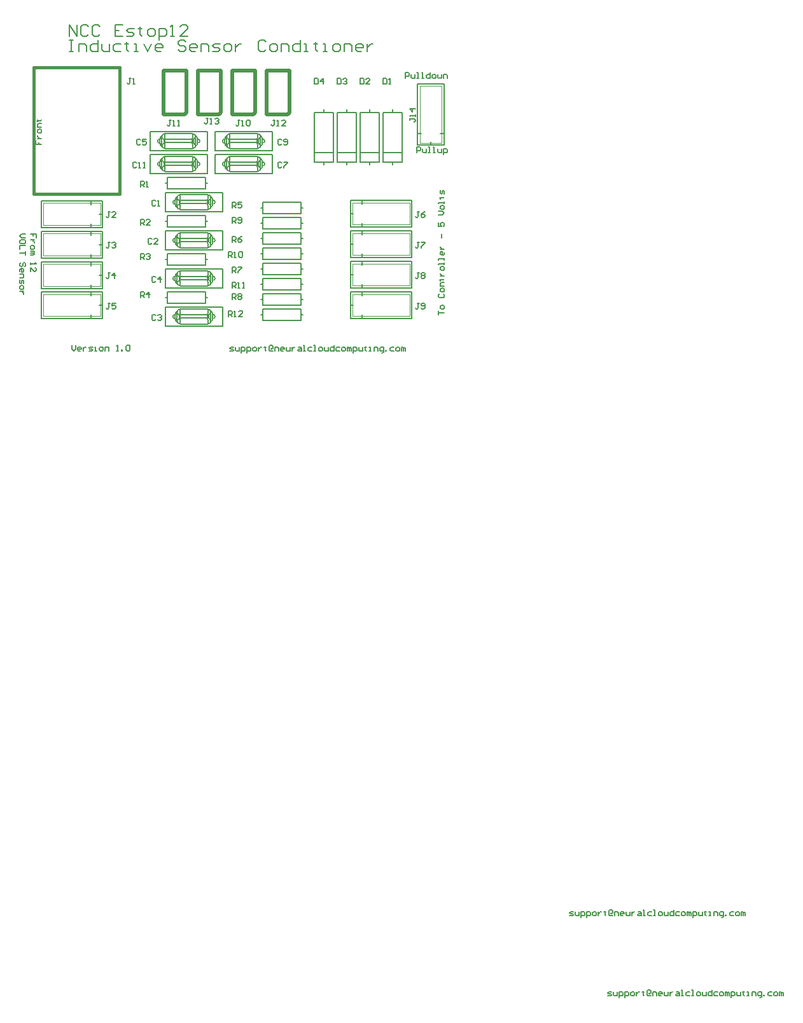
<source format=gto>
G04 Layer_Color=65535*
%FSLAX44Y44*%
%MOMM*%
G71*
G01*
G75*
%ADD11C,0.1270*%
%ADD12C,0.0762*%
%ADD22C,0.2000*%
%ADD23C,0.1524*%
%ADD24C,0.5000*%
%ADD25C,0.4000*%
%ADD26C,0.2032*%
%ADD27C,0.1280*%
D11*
X782320Y1056640D02*
Y1060450D01*
X764540Y1071880D02*
X769620D01*
X795020D02*
X800100D01*
X764540Y1056640D02*
Y1137920D01*
X800100Y1056640D02*
Y1137920D01*
X764540D02*
X800100D01*
X764540Y1056640D02*
X800100D01*
X675640Y843280D02*
X679450D01*
X690880Y855980D02*
Y861060D01*
Y825500D02*
Y830580D01*
X675640Y861060D02*
X756920D01*
X675640Y825500D02*
X756920D01*
Y861060D01*
X675640Y825500D02*
Y861060D01*
Y883920D02*
X679450D01*
X690880Y896620D02*
Y901700D01*
Y866140D02*
Y871220D01*
X675640Y901700D02*
X756920D01*
X675640Y866140D02*
X756920D01*
Y901700D01*
X675640Y866140D02*
Y901700D01*
Y924560D02*
X679450D01*
X690880Y937260D02*
Y942340D01*
Y906780D02*
Y911860D01*
X675640Y942340D02*
X756920D01*
X675640Y906780D02*
X756920D01*
Y942340D01*
X675640Y906780D02*
Y942340D01*
Y965200D02*
X679450D01*
X690880Y977900D02*
Y982980D01*
Y947420D02*
Y952500D01*
X675640Y982980D02*
X756920D01*
X675640Y947420D02*
X756920D01*
Y982980D01*
X675640Y947420D02*
Y982980D01*
X341630Y843280D02*
X345440D01*
X330200Y825500D02*
Y830580D01*
Y855980D02*
Y861060D01*
X264160Y825500D02*
X345440D01*
X264160Y861060D02*
X345440D01*
X264160Y825500D02*
Y861060D01*
X345440Y825500D02*
Y861060D01*
X341630Y883278D02*
X345440D01*
X330200Y865498D02*
Y870578D01*
Y895978D02*
Y901058D01*
X264160Y865498D02*
X345440D01*
X264160Y901058D02*
X345440D01*
X264160Y865498D02*
Y901058D01*
X345440Y865498D02*
Y901058D01*
X341630Y923918D02*
X345440D01*
X330200Y906138D02*
Y911218D01*
Y936618D02*
Y941698D01*
X264160Y906138D02*
X345440D01*
X264160Y941698D02*
X345440D01*
X264160Y906138D02*
Y941698D01*
X345440Y906138D02*
Y941698D01*
X341630Y964558D02*
X345440D01*
X330200Y946778D02*
Y951858D01*
Y977258D02*
Y982338D01*
X264160Y946778D02*
X345440D01*
X264160Y982338D02*
X345440D01*
X264160Y946778D02*
Y982338D01*
X345440Y946778D02*
Y982338D01*
X495300Y1049020D02*
Y1074420D01*
Y1049020D02*
X571500D01*
Y1074420D01*
X495300D02*
X571500D01*
X408940Y1018540D02*
Y1043940D01*
Y1018540D02*
X485140D01*
Y1043940D01*
X408940D02*
X485140D01*
X495300Y1018540D02*
Y1043940D01*
Y1018540D02*
X571500D01*
Y1043940D01*
X495300D02*
X571500D01*
X408940Y1049020D02*
Y1074420D01*
Y1049020D02*
X485140D01*
Y1074420D01*
X408940D02*
X485140D01*
X505460Y866140D02*
Y891540D01*
X429260D02*
X505460D01*
X429260Y866140D02*
Y891540D01*
Y866140D02*
X505460D01*
Y815340D02*
Y840740D01*
X429260D02*
X505460D01*
X429260Y815340D02*
Y840740D01*
Y815340D02*
X505460D01*
Y916940D02*
Y942340D01*
X429260D02*
X505460D01*
X429260Y916940D02*
Y942340D01*
Y916940D02*
X505460D01*
Y967740D02*
Y993140D01*
X429260D02*
X505460D01*
X429260Y967740D02*
Y993140D01*
Y967740D02*
X505460D01*
X584198Y1062988D02*
X582929Y1064258D01*
X580390D01*
X579120Y1062988D01*
Y1057910D01*
X580390Y1056640D01*
X582929D01*
X584198Y1057910D01*
X586738D02*
X588007Y1056640D01*
X590546D01*
X591816Y1057910D01*
Y1062988D01*
X590546Y1064258D01*
X588007D01*
X586738Y1062988D01*
Y1061718D01*
X588007Y1060449D01*
X591816D01*
X391158Y1032508D02*
X389889Y1033777D01*
X387350D01*
X386080Y1032508D01*
Y1027430D01*
X387350Y1026160D01*
X389889D01*
X391158Y1027430D01*
X393698Y1026160D02*
X396237D01*
X394967D01*
Y1033777D01*
X393698Y1032508D01*
X400046Y1026160D02*
X402585D01*
X401315D01*
Y1033777D01*
X400046Y1032508D01*
X584198D02*
X582929Y1033777D01*
X580390D01*
X579120Y1032508D01*
Y1027430D01*
X580390Y1026160D01*
X582929D01*
X584198Y1027430D01*
X586738Y1033777D02*
X591816D01*
Y1032508D01*
X586738Y1027430D01*
Y1026160D01*
X396238Y1062988D02*
X394969Y1064258D01*
X392430D01*
X391160Y1062988D01*
Y1057910D01*
X392430Y1056640D01*
X394969D01*
X396238Y1057910D01*
X403856Y1064258D02*
X398778D01*
Y1060449D01*
X401317Y1061718D01*
X402586D01*
X403856Y1060449D01*
Y1057910D01*
X402586Y1056640D01*
X400047D01*
X398778Y1057910D01*
X416558Y880108D02*
X415289Y881377D01*
X412750D01*
X411480Y880108D01*
Y875030D01*
X412750Y873760D01*
X415289D01*
X416558Y875030D01*
X422906Y873760D02*
Y881377D01*
X419098Y877569D01*
X424176D01*
X513080Y828040D02*
Y835658D01*
X516889D01*
X518158Y834388D01*
Y831849D01*
X516889Y830579D01*
X513080D01*
X515619D02*
X518158Y828040D01*
X520698D02*
X523237D01*
X521967D01*
Y835658D01*
X520698Y834388D01*
X532124Y828040D02*
X527046D01*
X532124Y833118D01*
Y834388D01*
X530854Y835658D01*
X528315D01*
X527046Y834388D01*
X518160Y866140D02*
Y873757D01*
X521969D01*
X523238Y872488D01*
Y869949D01*
X521969Y868679D01*
X518160D01*
X520699D02*
X523238Y866140D01*
X525778D02*
X528317D01*
X527047D01*
Y873757D01*
X525778Y872488D01*
X532126Y866140D02*
X534665D01*
X533395D01*
Y873757D01*
X532126Y872488D01*
X513080Y906780D02*
Y914398D01*
X516889D01*
X518158Y913128D01*
Y910589D01*
X516889Y909319D01*
X513080D01*
X515619D02*
X518158Y906780D01*
X520698D02*
X523237D01*
X521967D01*
Y914398D01*
X520698Y913128D01*
X527046D02*
X528315Y914398D01*
X530854D01*
X532124Y913128D01*
Y908050D01*
X530854Y906780D01*
X528315D01*
X527046Y908050D01*
Y913128D01*
X518160Y952500D02*
Y960117D01*
X521969D01*
X523238Y958848D01*
Y956309D01*
X521969Y955039D01*
X518160D01*
X520699D02*
X523238Y952500D01*
X525778Y953770D02*
X527047Y952500D01*
X529586D01*
X530856Y953770D01*
Y958848D01*
X529586Y960117D01*
X527047D01*
X525778Y958848D01*
Y957578D01*
X527047Y956309D01*
X530856D01*
X416558Y829308D02*
X415289Y830577D01*
X412750D01*
X411480Y829308D01*
Y824230D01*
X412750Y822960D01*
X415289D01*
X416558Y824230D01*
X419098Y829308D02*
X420367Y830577D01*
X422906D01*
X424176Y829308D01*
Y828038D01*
X422906Y826769D01*
X421637D01*
X422906D01*
X424176Y825499D01*
Y824230D01*
X422906Y822960D01*
X420367D01*
X419098Y824230D01*
X411478Y930908D02*
X410209Y932178D01*
X407670D01*
X406400Y930908D01*
Y925830D01*
X407670Y924560D01*
X410209D01*
X411478Y925830D01*
X419096Y924560D02*
X414017D01*
X419096Y929638D01*
Y930908D01*
X417826Y932178D01*
X415287D01*
X414017Y930908D01*
X416558Y981708D02*
X415289Y982978D01*
X412750D01*
X411480Y981708D01*
Y976630D01*
X412750Y975360D01*
X415289D01*
X416558Y976630D01*
X419098Y975360D02*
X421637D01*
X420367D01*
Y982978D01*
X419098Y981708D01*
X719074Y1145284D02*
Y1137666D01*
X722883D01*
X724152Y1138936D01*
Y1144014D01*
X722883Y1145284D01*
X719074D01*
X726692Y1137666D02*
X729231D01*
X727961D01*
Y1145284D01*
X726692Y1144014D01*
X688594Y1145284D02*
Y1137666D01*
X692403D01*
X693672Y1138936D01*
Y1144014D01*
X692403Y1145284D01*
X688594D01*
X701290Y1137666D02*
X696211D01*
X701290Y1142744D01*
Y1144014D01*
X700020Y1145284D01*
X697481D01*
X696211Y1144014D01*
X658114Y1145284D02*
Y1137666D01*
X661923D01*
X663192Y1138936D01*
Y1144014D01*
X661923Y1145284D01*
X658114D01*
X665732Y1144014D02*
X667001Y1145284D01*
X669540D01*
X670810Y1144014D01*
Y1142744D01*
X669540Y1141475D01*
X668271D01*
X669540D01*
X670810Y1140205D01*
Y1138936D01*
X669540Y1137666D01*
X667001D01*
X665732Y1138936D01*
X627634Y1145284D02*
Y1137666D01*
X631443D01*
X632712Y1138936D01*
Y1144014D01*
X631443Y1145284D01*
X627634D01*
X639060Y1137666D02*
Y1145284D01*
X635252Y1141475D01*
X640330D01*
X575308Y1089658D02*
X572769D01*
X574039D01*
Y1083310D01*
X572769Y1082040D01*
X571500D01*
X570230Y1083310D01*
X577848Y1082040D02*
X580387D01*
X579117D01*
Y1089658D01*
X577848Y1088388D01*
X589274Y1082040D02*
X584196D01*
X589274Y1087118D01*
Y1088388D01*
X588004Y1089658D01*
X585465D01*
X584196Y1088388D01*
X528318Y1089658D02*
X525779D01*
X527049D01*
Y1083310D01*
X525779Y1082040D01*
X524510D01*
X523240Y1083310D01*
X530858Y1082040D02*
X533397D01*
X532127D01*
Y1089658D01*
X530858Y1088388D01*
X537206D02*
X538475Y1089658D01*
X541014D01*
X542284Y1088388D01*
Y1083310D01*
X541014Y1082040D01*
X538475D01*
X537206Y1083310D01*
Y1088388D01*
X486408Y1092197D02*
X483869D01*
X485139D01*
Y1085850D01*
X483869Y1084580D01*
X482600D01*
X481330Y1085850D01*
X488947Y1084580D02*
X491487D01*
X490217D01*
Y1092197D01*
X488947Y1090928D01*
X495295D02*
X496565Y1092197D01*
X499104D01*
X500374Y1090928D01*
Y1089658D01*
X499104Y1088389D01*
X497835D01*
X499104D01*
X500374Y1087119D01*
Y1085850D01*
X499104Y1084580D01*
X496565D01*
X495295Y1085850D01*
X436878Y1089658D02*
X434339D01*
X435609D01*
Y1083310D01*
X434339Y1082040D01*
X433070D01*
X431800Y1083310D01*
X439417Y1082040D02*
X441957D01*
X440687D01*
Y1089658D01*
X439417Y1088388D01*
X445765Y1082040D02*
X448305D01*
X447035D01*
Y1089658D01*
X445765Y1088388D01*
X518160Y850900D02*
Y858518D01*
X521969D01*
X523238Y857248D01*
Y854709D01*
X521969Y853439D01*
X518160D01*
X520699D02*
X523238Y850900D01*
X525778Y857248D02*
X527047Y858518D01*
X529586D01*
X530856Y857248D01*
Y855978D01*
X529586Y854709D01*
X530856Y853439D01*
Y852170D01*
X529586Y850900D01*
X527047D01*
X525778Y852170D01*
Y853439D01*
X527047Y854709D01*
X525778Y855978D01*
Y857248D01*
X527047Y854709D02*
X529586D01*
X518160Y886460D02*
Y894078D01*
X521969D01*
X523238Y892808D01*
Y890269D01*
X521969Y888999D01*
X518160D01*
X520699D02*
X523238Y886460D01*
X525778Y894078D02*
X530856D01*
Y892808D01*
X525778Y887730D01*
Y886460D01*
X518160Y927100D02*
Y934717D01*
X521969D01*
X523238Y933448D01*
Y930909D01*
X521969Y929639D01*
X518160D01*
X520699D02*
X523238Y927100D01*
X530856Y934717D02*
X528317Y933448D01*
X525778Y930909D01*
Y928370D01*
X527047Y927100D01*
X529586D01*
X530856Y928370D01*
Y929639D01*
X529586Y930909D01*
X525778D01*
X518160Y972820D02*
Y980437D01*
X521969D01*
X523238Y979168D01*
Y976629D01*
X521969Y975359D01*
X518160D01*
X520699D02*
X523238Y972820D01*
X530856Y980437D02*
X525778D01*
Y976629D01*
X528317Y977898D01*
X529586D01*
X530856Y976629D01*
Y974090D01*
X529586Y972820D01*
X527047D01*
X525778Y974090D01*
X396240Y853440D02*
Y861058D01*
X400049D01*
X401318Y859788D01*
Y857249D01*
X400049Y855979D01*
X396240D01*
X398779D02*
X401318Y853440D01*
X407666D02*
Y861058D01*
X403857Y857249D01*
X408936D01*
X396240Y904240D02*
Y911858D01*
X400049D01*
X401318Y910588D01*
Y908049D01*
X400049Y906779D01*
X396240D01*
X398779D02*
X401318Y904240D01*
X403857Y910588D02*
X405127Y911858D01*
X407666D01*
X408936Y910588D01*
Y909318D01*
X407666Y908049D01*
X406397D01*
X407666D01*
X408936Y906779D01*
Y905510D01*
X407666Y904240D01*
X405127D01*
X403857Y905510D01*
X396240Y949960D02*
Y957578D01*
X400049D01*
X401318Y956308D01*
Y953769D01*
X400049Y952499D01*
X396240D01*
X398779D02*
X401318Y949960D01*
X408936D02*
X403857D01*
X408936Y955038D01*
Y956308D01*
X407666Y957578D01*
X405127D01*
X403857Y956308D01*
X396240Y1000760D02*
Y1008378D01*
X400049D01*
X401318Y1007108D01*
Y1004569D01*
X400049Y1003299D01*
X396240D01*
X398779D02*
X401318Y1000760D01*
X403857D02*
X406397D01*
X405127D01*
Y1008378D01*
X403857Y1007108D01*
X767078Y845817D02*
X764539D01*
X765809D01*
Y839470D01*
X764539Y838200D01*
X763270D01*
X762000Y839470D01*
X769617D02*
X770887Y838200D01*
X773426D01*
X774696Y839470D01*
Y844548D01*
X773426Y845817D01*
X770887D01*
X769617Y844548D01*
Y843278D01*
X770887Y842009D01*
X774696D01*
X767078Y886458D02*
X764539D01*
X765809D01*
Y880110D01*
X764539Y878840D01*
X763270D01*
X762000Y880110D01*
X769617Y885188D02*
X770887Y886458D01*
X773426D01*
X774696Y885188D01*
Y883918D01*
X773426Y882649D01*
X774696Y881379D01*
Y880110D01*
X773426Y878840D01*
X770887D01*
X769617Y880110D01*
Y881379D01*
X770887Y882649D01*
X769617Y883918D01*
Y885188D01*
X770887Y882649D02*
X773426D01*
X767078Y927097D02*
X764539D01*
X765809D01*
Y920750D01*
X764539Y919480D01*
X763270D01*
X762000Y920750D01*
X769617Y927097D02*
X774696D01*
Y925828D01*
X769617Y920750D01*
Y919480D01*
X767078Y967738D02*
X764539D01*
X765809D01*
Y961390D01*
X764539Y960120D01*
X763270D01*
X762000Y961390D01*
X774696Y967738D02*
X772157Y966468D01*
X769617Y963929D01*
Y961390D01*
X770887Y960120D01*
X773426D01*
X774696Y961390D01*
Y962659D01*
X773426Y963929D01*
X769617D01*
X355598Y845817D02*
X353059D01*
X354329D01*
Y839470D01*
X353059Y838200D01*
X351790D01*
X350520Y839470D01*
X363216Y845817D02*
X358138D01*
Y842009D01*
X360677Y843278D01*
X361946D01*
X363216Y842009D01*
Y839470D01*
X361946Y838200D01*
X359407D01*
X358138Y839470D01*
X355598Y886458D02*
X353059D01*
X354329D01*
Y880110D01*
X353059Y878840D01*
X351790D01*
X350520Y880110D01*
X361946Y878840D02*
Y886458D01*
X358138Y882649D01*
X363216D01*
X355598Y927097D02*
X353059D01*
X354329D01*
Y920750D01*
X353059Y919480D01*
X351790D01*
X350520Y920750D01*
X358138Y925828D02*
X359407Y927097D01*
X361946D01*
X363216Y925828D01*
Y924558D01*
X361946Y923289D01*
X360677D01*
X361946D01*
X363216Y922019D01*
Y920750D01*
X361946Y919480D01*
X359407D01*
X358138Y920750D01*
X355598Y967738D02*
X353059D01*
X354329D01*
Y961390D01*
X353059Y960120D01*
X351790D01*
X350520Y961390D01*
X363216Y960120D02*
X358138D01*
X363216Y965198D01*
Y966468D01*
X361946Y967738D01*
X359407D01*
X358138Y966468D01*
X383538Y1145537D02*
X380999D01*
X382269D01*
Y1139190D01*
X380999Y1137920D01*
X379730D01*
X378460Y1139190D01*
X386077Y1137920D02*
X388617D01*
X387347D01*
Y1145537D01*
X386077Y1144268D01*
X511084Y1068946D02*
G03*
X508403Y1063887I3354J-5018D01*
G01*
X508400Y1059550D02*
G03*
X511036Y1054536I6035J-27D01*
G01*
X558400Y1063890D02*
G03*
X555764Y1068904I-6035J27D01*
G01*
X555716Y1054494D02*
G03*
X558397Y1059553I-3354J5018D01*
G01*
X552073Y1071073D02*
G03*
X551400Y1071749I-899J-222D01*
G01*
X551590Y1063749D02*
G03*
X552073Y1071073I-109299J10891D01*
G01*
X515210Y1063749D02*
G03*
X514727Y1071073I-1662643J-106042D01*
G01*
X515400Y1071749D02*
G03*
X514727Y1071073I234J-906D01*
G01*
X551590Y1059691D02*
G03*
X552073Y1052367I1664497J106165D01*
G01*
X551400Y1051691D02*
G03*
X552073Y1052367I-234J906D01*
G01*
X514727Y1052367D02*
G03*
X515400Y1051691I899J222D01*
G01*
X515210Y1059691D02*
G03*
X514727Y1052367I109299J-10891D01*
G01*
X513867Y1063749D02*
G03*
X510900Y1066954I-13254J-9298D01*
G01*
X515400Y1071749D02*
G03*
X510900Y1067249I0J-4500D01*
G01*
X551400Y1051691D02*
G03*
X555900Y1056191I0J4500D01*
G01*
Y1067249D02*
G03*
X551400Y1071749I-4500J0D01*
G01*
X510900Y1056191D02*
G03*
X515400Y1051691I4500J0D01*
G01*
X508400Y1064720D02*
G03*
X508400Y1058720I0J-3000D01*
G01*
X558400D02*
G03*
X558400Y1064720I0J3000D01*
G01*
X424724Y1038466D02*
G03*
X422043Y1033407I3354J-5018D01*
G01*
X422040Y1029070D02*
G03*
X424676Y1024056I6035J-27D01*
G01*
X472040Y1033410D02*
G03*
X469404Y1038424I-6035J27D01*
G01*
X469356Y1024014D02*
G03*
X472037Y1029073I-3354J5018D01*
G01*
X465713Y1040593D02*
G03*
X465040Y1041269I-899J-222D01*
G01*
X465230Y1033269D02*
G03*
X465713Y1040593I-109299J10891D01*
G01*
X428850Y1033269D02*
G03*
X428367Y1040593I-1662643J-106042D01*
G01*
X429040Y1041269D02*
G03*
X428367Y1040593I234J-906D01*
G01*
X465230Y1029211D02*
G03*
X465713Y1021887I1664497J106165D01*
G01*
X465040Y1021211D02*
G03*
X465713Y1021887I-234J906D01*
G01*
X428367Y1021887D02*
G03*
X429040Y1021211I899J222D01*
G01*
X428850Y1029211D02*
G03*
X428367Y1021887I109299J-10891D01*
G01*
X427507Y1033269D02*
G03*
X424540Y1036473I-13254J-9298D01*
G01*
X429040Y1041269D02*
G03*
X424540Y1036769I0J-4500D01*
G01*
X465040Y1021211D02*
G03*
X469540Y1025711I0J4500D01*
G01*
Y1036769D02*
G03*
X465040Y1041269I-4500J0D01*
G01*
X424540Y1025711D02*
G03*
X429040Y1021211I4500J0D01*
G01*
X422040Y1034240D02*
G03*
X422040Y1028240I0J-3000D01*
G01*
X472040D02*
G03*
X472040Y1034240I0J3000D01*
G01*
X511084Y1038466D02*
G03*
X508403Y1033407I3354J-5018D01*
G01*
X508400Y1029070D02*
G03*
X511036Y1024056I6035J-27D01*
G01*
X558400Y1033410D02*
G03*
X555764Y1038424I-6035J27D01*
G01*
X555716Y1024014D02*
G03*
X558397Y1029073I-3354J5018D01*
G01*
X552073Y1040593D02*
G03*
X551400Y1041269I-899J-222D01*
G01*
X551590Y1033269D02*
G03*
X552073Y1040593I-109299J10891D01*
G01*
X515210Y1033269D02*
G03*
X514727Y1040593I-1662643J-106042D01*
G01*
X515400Y1041269D02*
G03*
X514727Y1040593I234J-906D01*
G01*
X551590Y1029211D02*
G03*
X552073Y1021887I1664497J106165D01*
G01*
X551400Y1021211D02*
G03*
X552073Y1021887I-234J906D01*
G01*
X514727Y1021887D02*
G03*
X515400Y1021211I899J222D01*
G01*
X515210Y1029211D02*
G03*
X514727Y1021887I109299J-10891D01*
G01*
X513867Y1033269D02*
G03*
X510900Y1036473I-13254J-9298D01*
G01*
X515400Y1041269D02*
G03*
X510900Y1036769I0J-4500D01*
G01*
X551400Y1021211D02*
G03*
X555900Y1025711I0J4500D01*
G01*
Y1036769D02*
G03*
X551400Y1041269I-4500J0D01*
G01*
X510900Y1025711D02*
G03*
X515400Y1021211I4500J0D01*
G01*
X508400Y1034240D02*
G03*
X508400Y1028240I0J-3000D01*
G01*
X558400D02*
G03*
X558400Y1034240I0J3000D01*
G01*
X424724Y1068946D02*
G03*
X422043Y1063887I3354J-5018D01*
G01*
X422040Y1059550D02*
G03*
X424676Y1054536I6035J-27D01*
G01*
X472040Y1063890D02*
G03*
X469404Y1068904I-6035J27D01*
G01*
X469356Y1054494D02*
G03*
X472037Y1059553I-3354J5018D01*
G01*
X465713Y1071073D02*
G03*
X465040Y1071749I-899J-222D01*
G01*
X465230Y1063749D02*
G03*
X465713Y1071073I-109299J10891D01*
G01*
X428850Y1063749D02*
G03*
X428367Y1071073I-1662643J-106042D01*
G01*
X429040Y1071749D02*
G03*
X428367Y1071073I234J-906D01*
G01*
X465230Y1059691D02*
G03*
X465713Y1052367I1664497J106165D01*
G01*
X465040Y1051691D02*
G03*
X465713Y1052367I-234J906D01*
G01*
X428367Y1052367D02*
G03*
X429040Y1051691I899J222D01*
G01*
X428850Y1059691D02*
G03*
X428367Y1052367I109299J-10891D01*
G01*
X427507Y1063749D02*
G03*
X424540Y1066954I-13254J-9298D01*
G01*
X429040Y1071749D02*
G03*
X424540Y1067249I0J-4500D01*
G01*
X465040Y1051691D02*
G03*
X469540Y1056191I0J4500D01*
G01*
Y1067249D02*
G03*
X465040Y1071749I-4500J0D01*
G01*
X424540Y1056191D02*
G03*
X429040Y1051691I4500J0D01*
G01*
X422040Y1064720D02*
G03*
X422040Y1058720I0J-3000D01*
G01*
X472040D02*
G03*
X472040Y1064720I0J3000D01*
G01*
X489676Y871614D02*
G03*
X492357Y876673I-3354J5018D01*
G01*
X492360Y881010D02*
G03*
X489724Y886024I-6035J27D01*
G01*
X442360Y876670D02*
G03*
X444996Y871656I6035J-27D01*
G01*
X445044Y886066D02*
G03*
X442363Y881007I3354J-5018D01*
G01*
X448687Y869487D02*
G03*
X449360Y868811I899J222D01*
G01*
X449170Y876811D02*
G03*
X448687Y869487I109299J-10891D01*
G01*
X485550Y876811D02*
G03*
X486033Y869487I1662643J106042D01*
G01*
X485360Y868811D02*
G03*
X486033Y869487I-234J906D01*
G01*
X449170Y880869D02*
G03*
X448687Y888193I-1664497J-106165D01*
G01*
X449360Y888869D02*
G03*
X448687Y888193I234J-906D01*
G01*
X486033Y888193D02*
G03*
X485360Y888869I-899J-222D01*
G01*
X485550Y880869D02*
G03*
X486033Y888193I-109299J10891D01*
G01*
X486893Y876811D02*
G03*
X489860Y873606I13254J9298D01*
G01*
X485360Y868811D02*
G03*
X489860Y873311I0J4500D01*
G01*
X449360Y888869D02*
G03*
X444860Y884369I0J-4500D01*
G01*
Y873311D02*
G03*
X449360Y868811I4500J0D01*
G01*
X489860Y884369D02*
G03*
X485360Y888869I-4500J0D01*
G01*
X492360Y875840D02*
G03*
X492360Y881840I0J3000D01*
G01*
X442360D02*
G03*
X442360Y875840I0J-3000D01*
G01*
X489676Y820814D02*
G03*
X492357Y825873I-3354J5018D01*
G01*
X492360Y830210D02*
G03*
X489724Y835224I-6035J27D01*
G01*
X442360Y825870D02*
G03*
X444996Y820856I6035J-27D01*
G01*
X445044Y835266D02*
G03*
X442363Y830207I3354J-5018D01*
G01*
X448687Y818687D02*
G03*
X449360Y818011I899J222D01*
G01*
X449170Y826011D02*
G03*
X448687Y818687I109299J-10891D01*
G01*
X485550Y826011D02*
G03*
X486033Y818687I1662643J106042D01*
G01*
X485360Y818011D02*
G03*
X486033Y818687I-234J906D01*
G01*
X449170Y830069D02*
G03*
X448687Y837393I-1664497J-106165D01*
G01*
X449360Y838069D02*
G03*
X448687Y837393I234J-906D01*
G01*
X486033Y837393D02*
G03*
X485360Y838069I-899J-222D01*
G01*
X485550Y830069D02*
G03*
X486033Y837393I-109299J10891D01*
G01*
X486893Y826011D02*
G03*
X489860Y822806I13254J9298D01*
G01*
X485360Y818011D02*
G03*
X489860Y822511I0J4500D01*
G01*
X449360Y838069D02*
G03*
X444860Y833569I0J-4500D01*
G01*
Y822511D02*
G03*
X449360Y818011I4500J0D01*
G01*
X489860Y833569D02*
G03*
X485360Y838069I-4500J0D01*
G01*
X492360Y825040D02*
G03*
X492360Y831040I0J3000D01*
G01*
X442360D02*
G03*
X442360Y825040I0J-3000D01*
G01*
X489676Y922414D02*
G03*
X492357Y927473I-3354J5018D01*
G01*
X492360Y931810D02*
G03*
X489724Y936824I-6035J27D01*
G01*
X442360Y927470D02*
G03*
X444996Y922456I6035J-27D01*
G01*
X445044Y936866D02*
G03*
X442363Y931807I3354J-5018D01*
G01*
X448687Y920287D02*
G03*
X449360Y919611I899J222D01*
G01*
X449170Y927611D02*
G03*
X448687Y920287I109299J-10891D01*
G01*
X485550Y927611D02*
G03*
X486033Y920287I1662643J106042D01*
G01*
X485360Y919611D02*
G03*
X486033Y920287I-234J906D01*
G01*
X449170Y931669D02*
G03*
X448687Y938993I-1664497J-106165D01*
G01*
X449360Y939669D02*
G03*
X448687Y938993I234J-906D01*
G01*
X486033Y938993D02*
G03*
X485360Y939669I-899J-222D01*
G01*
X485550Y931669D02*
G03*
X486033Y938993I-109299J10891D01*
G01*
X486893Y927611D02*
G03*
X489860Y924407I13254J9298D01*
G01*
X485360Y919611D02*
G03*
X489860Y924111I0J4500D01*
G01*
X449360Y939669D02*
G03*
X444860Y935169I0J-4500D01*
G01*
Y924111D02*
G03*
X449360Y919611I4500J0D01*
G01*
X489860Y935169D02*
G03*
X485360Y939669I-4500J0D01*
G01*
X492360Y926640D02*
G03*
X492360Y932640I0J3000D01*
G01*
X442360D02*
G03*
X442360Y926640I0J-3000D01*
G01*
X489676Y973214D02*
G03*
X492357Y978273I-3354J5018D01*
G01*
X492360Y982610D02*
G03*
X489724Y987624I-6035J27D01*
G01*
X442360Y978270D02*
G03*
X444996Y973256I6035J-27D01*
G01*
X445044Y987666D02*
G03*
X442363Y982607I3354J-5018D01*
G01*
X448687Y971087D02*
G03*
X449360Y970411I899J222D01*
G01*
X449170Y978411D02*
G03*
X448687Y971087I109299J-10891D01*
G01*
X485550Y978411D02*
G03*
X486033Y971087I1662643J106042D01*
G01*
X485360Y970411D02*
G03*
X486033Y971087I-234J906D01*
G01*
X449170Y982469D02*
G03*
X448687Y989793I-1664497J-106165D01*
G01*
X449360Y990469D02*
G03*
X448687Y989793I234J-906D01*
G01*
X486033Y989793D02*
G03*
X485360Y990469I-899J-222D01*
G01*
X485550Y982469D02*
G03*
X486033Y989793I-109299J10891D01*
G01*
X486893Y978411D02*
G03*
X489860Y975207I13254J9298D01*
G01*
X485360Y970411D02*
G03*
X489860Y974911I0J4500D01*
G01*
X449360Y990469D02*
G03*
X444860Y985969I0J-4500D01*
G01*
Y974911D02*
G03*
X449360Y970411I4500J0D01*
G01*
X489860Y985969D02*
G03*
X485360Y990469I-4500J0D01*
G01*
X492360Y977440D02*
G03*
X492360Y983440I0J3000D01*
G01*
X442360D02*
G03*
X442360Y977440I0J-3000D01*
G01*
X511082Y1054495D02*
X511150Y1054448D01*
X511353Y1054299D01*
X511101Y1068958D02*
X511340Y1069130D01*
X511085Y1068946D02*
X511101Y1068958D01*
X555650Y1068991D02*
X555721Y1068948D01*
X555447Y1069141D02*
X555650Y1068991D01*
X555460Y1054310D02*
X555699Y1054482D01*
X555715Y1054494D01*
X552933Y1059690D02*
X552962Y1059493D01*
X553068Y1059260D01*
X553257Y1059007D01*
X553466Y1058793D01*
X554133Y1058231D01*
X554745Y1057754D01*
X555265Y1057325D01*
X555647Y1056952D01*
X555835Y1056696D01*
X555900Y1056487D01*
X555801Y1066687D02*
X555900Y1066953D01*
X555499Y1066333D02*
X555801Y1066687D01*
X554969Y1065866D02*
X555499Y1066333D01*
X554234Y1065288D02*
X554969Y1065866D01*
X553855Y1064988D02*
X554234Y1065288D01*
X553464Y1064645D02*
X553855Y1064988D01*
X553231Y1064403D02*
X553464Y1064645D01*
X553023Y1064100D02*
X553231Y1064403D01*
X552950Y1063904D02*
X553023Y1064100D01*
X552933Y1063749D02*
X552950Y1063904D01*
X510900Y1056487D02*
X510925Y1056609D01*
X510999Y1056753D01*
X511125Y1056920D01*
X511301Y1057107D01*
X511540Y1057329D01*
X511831Y1057574D01*
X512176Y1057849D01*
X512566Y1058152D01*
X512942Y1058451D01*
X513336Y1058795D01*
X513454Y1058912D01*
X513569Y1059038D01*
X513679Y1059178D01*
X513777Y1059341D01*
X513818Y1059434D01*
X513850Y1059536D01*
X513863Y1059612D01*
X513867Y1059690D01*
X508400Y1059550D02*
X508403Y1063887D01*
X558397Y1059553D02*
X558400Y1063890D01*
X513867Y1063749D02*
X552933D01*
X515400Y1071749D02*
X551400D01*
X515400Y1051691D02*
X551400D01*
X513867Y1059690D02*
X552933D01*
X551590D02*
Y1063749D01*
X515210Y1059690D02*
Y1063749D01*
X513867Y1059690D02*
Y1063749D01*
X552933Y1059690D02*
Y1063749D01*
X555900Y1056190D02*
Y1067250D01*
X510900Y1056190D02*
Y1067250D01*
X424721Y1024015D02*
X424790Y1023969D01*
X424993Y1023819D01*
X424741Y1038477D02*
X424980Y1038650D01*
X424725Y1038466D02*
X424741Y1038477D01*
X469290Y1038512D02*
X469361Y1038468D01*
X469087Y1038661D02*
X469290Y1038512D01*
X469100Y1023830D02*
X469339Y1024003D01*
X469355Y1024014D01*
X466573Y1029211D02*
X466602Y1029013D01*
X466708Y1028780D01*
X466897Y1028527D01*
X467106Y1028313D01*
X467774Y1027750D01*
X468385Y1027274D01*
X468905Y1026845D01*
X469287Y1026472D01*
X469475Y1026216D01*
X469540Y1026007D01*
X469441Y1036207D02*
X469540Y1036473D01*
X469140Y1035853D02*
X469441Y1036207D01*
X468609Y1035386D02*
X469140Y1035853D01*
X467874Y1034808D02*
X468609Y1035386D01*
X467495Y1034509D02*
X467874Y1034808D01*
X467104Y1034165D02*
X467495Y1034509D01*
X466871Y1033923D02*
X467104Y1034165D01*
X466663Y1033620D02*
X466871Y1033923D01*
X466590Y1033424D02*
X466663Y1033620D01*
X466573Y1033270D02*
X466590Y1033424D01*
X424540Y1026007D02*
X424565Y1026130D01*
X424639Y1026273D01*
X424765Y1026440D01*
X424940Y1026627D01*
X425180Y1026849D01*
X425471Y1027094D01*
X425816Y1027368D01*
X426206Y1027672D01*
X426582Y1027971D01*
X426977Y1028315D01*
X427094Y1028432D01*
X427209Y1028558D01*
X427319Y1028699D01*
X427417Y1028860D01*
X427458Y1028953D01*
X427490Y1029056D01*
X427503Y1029132D01*
X427507Y1029211D01*
X422040Y1029070D02*
X422043Y1033407D01*
X472037Y1029073D02*
X472040Y1033410D01*
X427507Y1033270D02*
X466573D01*
X429040Y1041269D02*
X465040D01*
X429040Y1021211D02*
X465040D01*
X427507Y1029211D02*
X466573D01*
X465230D02*
Y1033270D01*
X428850Y1029211D02*
Y1033270D01*
X427507Y1029211D02*
Y1033270D01*
X466573Y1029211D02*
Y1033270D01*
X469540Y1025710D02*
Y1036770D01*
X424540Y1025710D02*
Y1036770D01*
X511082Y1024015D02*
X511150Y1023969D01*
X511353Y1023819D01*
X511101Y1038477D02*
X511340Y1038650D01*
X511085Y1038466D02*
X511101Y1038477D01*
X555650Y1038512D02*
X555721Y1038468D01*
X555447Y1038661D02*
X555650Y1038512D01*
X555460Y1023830D02*
X555699Y1024003D01*
X555715Y1024014D01*
X552933Y1029211D02*
X552962Y1029013D01*
X553068Y1028780D01*
X553257Y1028527D01*
X553466Y1028313D01*
X554133Y1027750D01*
X554745Y1027274D01*
X555265Y1026845D01*
X555647Y1026472D01*
X555835Y1026216D01*
X555900Y1026007D01*
X555801Y1036207D02*
X555900Y1036473D01*
X555499Y1035853D02*
X555801Y1036207D01*
X554969Y1035386D02*
X555499Y1035853D01*
X554234Y1034808D02*
X554969Y1035386D01*
X553855Y1034509D02*
X554234Y1034808D01*
X553464Y1034165D02*
X553855Y1034509D01*
X553231Y1033923D02*
X553464Y1034165D01*
X553023Y1033620D02*
X553231Y1033923D01*
X552950Y1033424D02*
X553023Y1033620D01*
X552933Y1033270D02*
X552950Y1033424D01*
X510900Y1026007D02*
X510925Y1026130D01*
X510999Y1026273D01*
X511125Y1026440D01*
X511301Y1026627D01*
X511540Y1026849D01*
X511831Y1027094D01*
X512176Y1027368D01*
X512566Y1027672D01*
X512942Y1027971D01*
X513336Y1028315D01*
X513454Y1028432D01*
X513569Y1028558D01*
X513679Y1028699D01*
X513777Y1028860D01*
X513818Y1028953D01*
X513850Y1029056D01*
X513863Y1029132D01*
X513867Y1029211D01*
X508400Y1029070D02*
X508403Y1033407D01*
X558397Y1029073D02*
X558400Y1033410D01*
X513867Y1033270D02*
X552933D01*
X515400Y1041269D02*
X551400D01*
X515400Y1021211D02*
X551400D01*
X513867Y1029211D02*
X552933D01*
X551590D02*
Y1033270D01*
X515210Y1029211D02*
Y1033270D01*
X513867Y1029211D02*
Y1033270D01*
X552933Y1029211D02*
Y1033270D01*
X555900Y1025710D02*
Y1036770D01*
X510900Y1025710D02*
Y1036770D01*
X424721Y1054495D02*
X424790Y1054448D01*
X424993Y1054299D01*
X424741Y1068958D02*
X424980Y1069130D01*
X424725Y1068946D02*
X424741Y1068958D01*
X469290Y1068991D02*
X469361Y1068948D01*
X469087Y1069141D02*
X469290Y1068991D01*
X469100Y1054310D02*
X469339Y1054482D01*
X469355Y1054494D01*
X466573Y1059690D02*
X466602Y1059493D01*
X466708Y1059260D01*
X466897Y1059007D01*
X467106Y1058793D01*
X467774Y1058231D01*
X468385Y1057754D01*
X468905Y1057325D01*
X469287Y1056952D01*
X469475Y1056696D01*
X469540Y1056487D01*
X469441Y1066687D02*
X469540Y1066953D01*
X469140Y1066333D02*
X469441Y1066687D01*
X468609Y1065866D02*
X469140Y1066333D01*
X467874Y1065288D02*
X468609Y1065866D01*
X467495Y1064988D02*
X467874Y1065288D01*
X467104Y1064645D02*
X467495Y1064988D01*
X466871Y1064403D02*
X467104Y1064645D01*
X466663Y1064100D02*
X466871Y1064403D01*
X466590Y1063904D02*
X466663Y1064100D01*
X466573Y1063749D02*
X466590Y1063904D01*
X424540Y1056487D02*
X424565Y1056609D01*
X424639Y1056753D01*
X424765Y1056920D01*
X424940Y1057107D01*
X425180Y1057329D01*
X425471Y1057574D01*
X425816Y1057849D01*
X426206Y1058152D01*
X426582Y1058451D01*
X426977Y1058795D01*
X427094Y1058912D01*
X427209Y1059038D01*
X427319Y1059178D01*
X427417Y1059341D01*
X427458Y1059434D01*
X427490Y1059536D01*
X427503Y1059612D01*
X427507Y1059690D01*
X422040Y1059550D02*
X422043Y1063887D01*
X472037Y1059553D02*
X472040Y1063890D01*
X427507Y1063749D02*
X466573D01*
X429040Y1071749D02*
X465040D01*
X429040Y1051691D02*
X465040D01*
X427507Y1059690D02*
X466573D01*
X465230D02*
Y1063749D01*
X428850Y1059690D02*
Y1063749D01*
X427507Y1059690D02*
Y1063749D01*
X466573Y1059690D02*
Y1063749D01*
X469540Y1056190D02*
Y1067250D01*
X424540Y1056190D02*
Y1067250D01*
X489610Y886112D02*
X489678Y886065D01*
X489407Y886261D02*
X489610Y886112D01*
X489420Y871430D02*
X489659Y871602D01*
X489675Y871614D01*
X445039Y871612D02*
X445110Y871569D01*
X445313Y871419D01*
X445061Y886077D02*
X445300Y886250D01*
X445045Y886066D02*
X445061Y886077D01*
X447798Y881067D02*
X447827Y880870D01*
X447692Y881300D02*
X447798Y881067D01*
X447503Y881553D02*
X447692Y881300D01*
X447294Y881767D02*
X447503Y881553D01*
X446627Y882329D02*
X447294Y881767D01*
X446015Y882806D02*
X446627Y882329D01*
X445495Y883235D02*
X446015Y882806D01*
X445113Y883608D02*
X445495Y883235D01*
X444925Y883864D02*
X445113Y883608D01*
X444860Y884073D02*
X444925Y883864D01*
X444860Y873607D02*
X444959Y873873D01*
X445261Y874227D01*
X445791Y874694D01*
X446526Y875272D01*
X446905Y875572D01*
X447296Y875915D01*
X447529Y876158D01*
X447737Y876460D01*
X447810Y876656D01*
X447827Y876811D01*
X489835Y883951D02*
X489860Y884073D01*
X489761Y883807D02*
X489835Y883951D01*
X489635Y883640D02*
X489761Y883807D01*
X489459Y883453D02*
X489635Y883640D01*
X489221Y883231D02*
X489459Y883453D01*
X488929Y882986D02*
X489221Y883231D01*
X488584Y882711D02*
X488929Y882986D01*
X488194Y882408D02*
X488584Y882711D01*
X487818Y882109D02*
X488194Y882408D01*
X487424Y881765D02*
X487818Y882109D01*
X487306Y881648D02*
X487424Y881765D01*
X487191Y881523D02*
X487306Y881648D01*
X487081Y881382D02*
X487191Y881523D01*
X486983Y881219D02*
X487081Y881382D01*
X486942Y881126D02*
X486983Y881219D01*
X486910Y881024D02*
X486942Y881126D01*
X486897Y880948D02*
X486910Y881024D01*
X486893Y880870D02*
X486897Y880948D01*
X492357Y876673D02*
X492360Y881010D01*
X442360Y876670D02*
X442363Y881007D01*
X447827Y876811D02*
X486893D01*
X449360Y868811D02*
X485360D01*
X449360Y888869D02*
X485360D01*
X447827Y880870D02*
X486893D01*
X449170Y876811D02*
Y880870D01*
X485550Y876811D02*
Y880870D01*
X486893Y876811D02*
Y880870D01*
X447827Y876811D02*
Y880870D01*
X444860Y873310D02*
Y884370D01*
X489860Y873310D02*
Y884370D01*
X489610Y835312D02*
X489678Y835265D01*
X489407Y835461D02*
X489610Y835312D01*
X489420Y820630D02*
X489659Y820803D01*
X489675Y820814D01*
X445039Y820812D02*
X445110Y820769D01*
X445313Y820619D01*
X445061Y835277D02*
X445300Y835450D01*
X445045Y835266D02*
X445061Y835277D01*
X447798Y830267D02*
X447827Y830070D01*
X447692Y830500D02*
X447798Y830267D01*
X447503Y830753D02*
X447692Y830500D01*
X447294Y830967D02*
X447503Y830753D01*
X446627Y831529D02*
X447294Y830967D01*
X446015Y832006D02*
X446627Y831529D01*
X445495Y832435D02*
X446015Y832006D01*
X445113Y832808D02*
X445495Y832435D01*
X444925Y833064D02*
X445113Y832808D01*
X444860Y833273D02*
X444925Y833064D01*
X444860Y822807D02*
X444959Y823073D01*
X445261Y823427D01*
X445791Y823894D01*
X446526Y824472D01*
X446905Y824771D01*
X447296Y825115D01*
X447529Y825358D01*
X447737Y825660D01*
X447810Y825856D01*
X447827Y826011D01*
X489835Y833150D02*
X489860Y833273D01*
X489761Y833007D02*
X489835Y833150D01*
X489635Y832840D02*
X489761Y833007D01*
X489459Y832653D02*
X489635Y832840D01*
X489221Y832431D02*
X489459Y832653D01*
X488929Y832186D02*
X489221Y832431D01*
X488584Y831911D02*
X488929Y832186D01*
X488194Y831608D02*
X488584Y831911D01*
X487818Y831309D02*
X488194Y831608D01*
X487424Y830965D02*
X487818Y831309D01*
X487306Y830848D02*
X487424Y830965D01*
X487191Y830723D02*
X487306Y830848D01*
X487081Y830582D02*
X487191Y830723D01*
X486983Y830419D02*
X487081Y830582D01*
X486942Y830327D02*
X486983Y830419D01*
X486910Y830224D02*
X486942Y830327D01*
X486897Y830148D02*
X486910Y830224D01*
X486893Y830070D02*
X486897Y830148D01*
X492357Y825873D02*
X492360Y830210D01*
X442360Y825870D02*
X442363Y830207D01*
X447827Y826011D02*
X486893D01*
X449360Y818011D02*
X485360D01*
X449360Y838069D02*
X485360D01*
X447827Y830070D02*
X486893D01*
X449170Y826011D02*
Y830070D01*
X485550Y826011D02*
Y830070D01*
X486893Y826011D02*
Y830070D01*
X447827Y826011D02*
Y830070D01*
X444860Y822510D02*
Y833570D01*
X489860Y822510D02*
Y833570D01*
X489610Y936911D02*
X489678Y936865D01*
X489407Y937061D02*
X489610Y936911D01*
X489420Y922230D02*
X489659Y922402D01*
X489675Y922414D01*
X445039Y922412D02*
X445110Y922368D01*
X445313Y922219D01*
X445061Y936878D02*
X445300Y937050D01*
X445045Y936866D02*
X445061Y936878D01*
X447798Y931867D02*
X447827Y931669D01*
X447692Y932100D02*
X447798Y931867D01*
X447503Y932353D02*
X447692Y932100D01*
X447294Y932567D02*
X447503Y932353D01*
X446627Y933130D02*
X447294Y932567D01*
X446015Y933606D02*
X446627Y933130D01*
X445495Y934035D02*
X446015Y933606D01*
X445113Y934408D02*
X445495Y934035D01*
X444925Y934664D02*
X445113Y934408D01*
X444860Y934873D02*
X444925Y934664D01*
X444860Y924407D02*
X444959Y924673D01*
X445261Y925027D01*
X445791Y925494D01*
X446526Y926072D01*
X446905Y926372D01*
X447296Y926715D01*
X447529Y926958D01*
X447737Y927261D01*
X447810Y927456D01*
X447827Y927610D01*
X489835Y934751D02*
X489860Y934873D01*
X489761Y934607D02*
X489835Y934751D01*
X489635Y934440D02*
X489761Y934607D01*
X489459Y934253D02*
X489635Y934440D01*
X489221Y934031D02*
X489459Y934253D01*
X488929Y933786D02*
X489221Y934031D01*
X488584Y933512D02*
X488929Y933786D01*
X488194Y933208D02*
X488584Y933512D01*
X487818Y932909D02*
X488194Y933208D01*
X487424Y932565D02*
X487818Y932909D01*
X487306Y932448D02*
X487424Y932565D01*
X487191Y932323D02*
X487306Y932448D01*
X487081Y932181D02*
X487191Y932323D01*
X486983Y932020D02*
X487081Y932181D01*
X486942Y931926D02*
X486983Y932020D01*
X486910Y931824D02*
X486942Y931926D01*
X486897Y931748D02*
X486910Y931824D01*
X486893Y931669D02*
X486897Y931748D01*
X492357Y927473D02*
X492360Y931810D01*
X442360Y927470D02*
X442363Y931807D01*
X447827Y927610D02*
X486893D01*
X449360Y919611D02*
X485360D01*
X449360Y939669D02*
X485360D01*
X447827Y931669D02*
X486893D01*
X449170Y927610D02*
Y931669D01*
X485550Y927610D02*
Y931669D01*
X486893Y927610D02*
Y931669D01*
X447827Y927610D02*
Y931669D01*
X444860Y924110D02*
Y935170D01*
X489860Y924110D02*
Y935170D01*
X489610Y987711D02*
X489678Y987665D01*
X489407Y987861D02*
X489610Y987711D01*
X489420Y973030D02*
X489659Y973203D01*
X489675Y973214D01*
X445039Y973212D02*
X445110Y973168D01*
X445313Y973019D01*
X445061Y987678D02*
X445300Y987850D01*
X445045Y987666D02*
X445061Y987678D01*
X447798Y982667D02*
X447827Y982469D01*
X447692Y982900D02*
X447798Y982667D01*
X447503Y983153D02*
X447692Y982900D01*
X447294Y983367D02*
X447503Y983153D01*
X446627Y983930D02*
X447294Y983367D01*
X446015Y984406D02*
X446627Y983930D01*
X445495Y984835D02*
X446015Y984406D01*
X445113Y985208D02*
X445495Y984835D01*
X444925Y985464D02*
X445113Y985208D01*
X444860Y985673D02*
X444925Y985464D01*
X444860Y975207D02*
X444959Y975473D01*
X445261Y975827D01*
X445791Y976294D01*
X446526Y976872D01*
X446905Y977171D01*
X447296Y977515D01*
X447529Y977758D01*
X447737Y978061D01*
X447810Y978256D01*
X447827Y978410D01*
X489835Y985551D02*
X489860Y985673D01*
X489761Y985407D02*
X489835Y985551D01*
X489635Y985240D02*
X489761Y985407D01*
X489459Y985053D02*
X489635Y985240D01*
X489221Y984831D02*
X489459Y985053D01*
X488929Y984586D02*
X489221Y984831D01*
X488584Y984312D02*
X488929Y984586D01*
X488194Y984008D02*
X488584Y984312D01*
X487818Y983709D02*
X488194Y984008D01*
X487424Y983365D02*
X487818Y983709D01*
X487306Y983248D02*
X487424Y983365D01*
X487191Y983123D02*
X487306Y983248D01*
X487081Y982981D02*
X487191Y983123D01*
X486983Y982820D02*
X487081Y982981D01*
X486942Y982727D02*
X486983Y982820D01*
X486910Y982624D02*
X486942Y982727D01*
X486897Y982548D02*
X486910Y982624D01*
X486893Y982469D02*
X486897Y982548D01*
X492357Y978273D02*
X492360Y982610D01*
X442360Y978270D02*
X442363Y982607D01*
X447827Y978410D02*
X486893D01*
X449360Y970411D02*
X485360D01*
X449360Y990469D02*
X485360D01*
X447827Y982469D02*
X486893D01*
X449170Y978410D02*
Y982469D01*
X485550Y978410D02*
Y982469D01*
X486893Y978410D02*
Y982469D01*
X447827Y978410D02*
Y982469D01*
X444860Y974910D02*
Y985970D01*
X489860Y974910D02*
Y985970D01*
D12*
X796918Y1059180D02*
Y1135380D01*
X767718D02*
X796918D01*
X767718Y1059180D02*
Y1135380D01*
Y1059180D02*
X796918D01*
X678180Y828682D02*
X754380D01*
Y857883D01*
X678180D02*
X754380D01*
X678180Y828682D02*
Y857883D01*
Y869322D02*
X754380D01*
Y898522D01*
X678180D02*
X754380D01*
X678180Y869322D02*
Y898522D01*
Y909962D02*
X754380D01*
Y939163D01*
X678180D02*
X754380D01*
X678180Y909962D02*
Y939163D01*
Y950602D02*
X754380D01*
Y979802D01*
X678180D02*
X754380D01*
X678180Y950602D02*
Y979802D01*
X266700Y857878D02*
X342900D01*
X266700Y828678D02*
Y857878D01*
Y828678D02*
X342900D01*
Y857878D01*
X266700Y897876D02*
X342900D01*
X266700Y868675D02*
Y897876D01*
Y868675D02*
X342900D01*
Y897876D01*
X266700Y938516D02*
X342900D01*
X266700Y909315D02*
Y938516D01*
Y909315D02*
X342900D01*
Y938516D01*
X266700Y979156D02*
X342900D01*
X266700Y949955D02*
Y979156D01*
Y949955D02*
X342900D01*
Y979156D01*
D22*
X609600Y830580D02*
Y838200D01*
X558800D02*
X609600D01*
X558800Y822960D02*
Y838200D01*
Y822960D02*
X609600D01*
Y830580D01*
X556514D02*
X558800D01*
X609600D02*
X611886D01*
X609600Y871220D02*
Y878840D01*
X558800D02*
X609600D01*
X558800Y863600D02*
Y878840D01*
Y863600D02*
X609600D01*
Y871220D01*
X556514D02*
X558800D01*
X609600D02*
X611886D01*
X609600Y911860D02*
Y919480D01*
X558800D02*
X609600D01*
X558800Y904240D02*
Y919480D01*
Y904240D02*
X609600D01*
Y911860D01*
X556514D02*
X558800D01*
X609600D02*
X611886D01*
X609600Y952500D02*
Y960120D01*
X558800D02*
X609600D01*
X558800Y944880D02*
Y960120D01*
Y944880D02*
X609600D01*
Y952500D01*
X556514D02*
X558800D01*
X609600D02*
X611886D01*
X558800Y843280D02*
Y850900D01*
Y843280D02*
X609600D01*
Y858520D01*
X558800D02*
X609600D01*
X558800Y850900D02*
Y858520D01*
X609600Y850900D02*
X611886D01*
X556514D02*
X558800D01*
Y883920D02*
Y891540D01*
Y883920D02*
X609600D01*
Y899160D01*
X558800D02*
X609600D01*
X558800Y891540D02*
Y899160D01*
X609600Y891540D02*
X611886D01*
X556514D02*
X558800D01*
Y924560D02*
Y932180D01*
Y924560D02*
X609600D01*
Y939800D01*
X558800D02*
X609600D01*
X558800Y932180D02*
Y939800D01*
X609600Y932180D02*
X611886D01*
X556514D02*
X558800D01*
Y965200D02*
Y972820D01*
Y965200D02*
X609600D01*
Y980440D01*
X558800D02*
X609600D01*
X558800Y972820D02*
Y980440D01*
X609600Y972820D02*
X611886D01*
X556514D02*
X558800D01*
X482600Y853440D02*
Y861060D01*
X431800D02*
X482600D01*
X431800Y845820D02*
Y861060D01*
Y845820D02*
X482600D01*
Y853440D01*
X429514D02*
X431800D01*
X482600D02*
X484886D01*
X482600Y904240D02*
Y911860D01*
X431800D02*
X482600D01*
X431800Y896620D02*
Y911860D01*
Y896620D02*
X482600D01*
Y904240D01*
X429514D02*
X431800D01*
X482600D02*
X484886D01*
X482600Y955040D02*
Y962660D01*
X431800D02*
X482600D01*
X431800Y947420D02*
Y962660D01*
Y947420D02*
X482600D01*
Y955040D01*
X429514D02*
X431800D01*
X482600D02*
X484886D01*
X482600Y1005840D02*
Y1013460D01*
X431800D02*
X482600D01*
X431800Y998220D02*
Y1013460D01*
Y998220D02*
X482600D01*
Y1005840D01*
X429514D02*
X431800D01*
X482600D02*
X484886D01*
D23*
X731520Y1029970D02*
Y1033780D01*
Y1099820D02*
Y1103630D01*
X718820Y1046480D02*
X744220D01*
Y1033780D02*
Y1099820D01*
X718820Y1033780D02*
X744220D01*
X718820D02*
Y1099820D01*
X744220D01*
X701040Y1029970D02*
Y1033780D01*
Y1099820D02*
Y1103630D01*
X688340Y1046480D02*
X713740D01*
Y1033780D02*
Y1099820D01*
X688340Y1033780D02*
X713740D01*
X688340D02*
Y1099820D01*
X713740D01*
X670560Y1029970D02*
Y1033780D01*
Y1099820D02*
Y1103630D01*
X657860Y1046480D02*
X683260D01*
Y1033780D02*
Y1099820D01*
X657860Y1033780D02*
X683260D01*
X657860D02*
Y1099820D01*
X683260D01*
X640080Y1029970D02*
Y1033780D01*
Y1099820D02*
Y1103630D01*
X627380Y1046480D02*
X652780D01*
Y1033780D02*
Y1099820D01*
X627380Y1033780D02*
X652780D01*
X627380D02*
Y1099820D01*
X652780D01*
D24*
X563880Y1097280D02*
X591820D01*
X594360Y1099820D01*
Y1155700D01*
X563880D02*
X594360D01*
X563880Y1097280D02*
Y1155700D01*
X518160Y1097280D02*
X546100D01*
X548640Y1099820D01*
Y1155700D01*
X518160D02*
X548640D01*
X518160Y1097280D02*
Y1155700D01*
X472440Y1097280D02*
X500380D01*
X502920Y1099820D01*
Y1155700D01*
X472440D02*
X502920D01*
X472440Y1097280D02*
Y1155700D01*
X426720Y1097280D02*
X454660D01*
X457200Y1099820D01*
Y1155700D01*
X426720D02*
X457200D01*
X426720Y1097280D02*
Y1155700D01*
D25*
X254480Y1159600D02*
X368480D01*
Y991600D02*
Y1159600D01*
X254480Y991600D02*
X368480D01*
X254480D02*
Y1159600D01*
D26*
X748792Y1145032D02*
Y1152650D01*
X752601D01*
X753870Y1151380D01*
Y1148841D01*
X752601Y1147571D01*
X748792D01*
X756410Y1150110D02*
Y1146302D01*
X757679Y1145032D01*
X761488D01*
Y1150110D01*
X764027Y1145032D02*
X766566D01*
X765297D01*
Y1152650D01*
X764027D01*
X770375Y1145032D02*
X772914D01*
X771645D01*
Y1152650D01*
X770375D01*
X781801D02*
Y1145032D01*
X777993D01*
X776723Y1146302D01*
Y1148841D01*
X777993Y1150110D01*
X781801D01*
X785610Y1145032D02*
X788149D01*
X789419Y1146302D01*
Y1148841D01*
X788149Y1150110D01*
X785610D01*
X784341Y1148841D01*
Y1146302D01*
X785610Y1145032D01*
X791958Y1150110D02*
Y1146302D01*
X793228Y1145032D01*
X794497Y1146302D01*
X795767Y1145032D01*
X797036Y1146302D01*
Y1150110D01*
X799576Y1145032D02*
Y1150110D01*
X803384D01*
X804654Y1148841D01*
Y1145032D01*
X764032Y1045971D02*
Y1053589D01*
X767841D01*
X769110Y1052319D01*
Y1049780D01*
X767841Y1048510D01*
X764032D01*
X771649Y1051049D02*
Y1047241D01*
X772919Y1045971D01*
X776728D01*
Y1051049D01*
X779267Y1045971D02*
X781806D01*
X780537D01*
Y1053589D01*
X779267D01*
X785615Y1045971D02*
X788154D01*
X786885D01*
Y1053589D01*
X785615D01*
X791963Y1051049D02*
Y1047241D01*
X793233Y1045971D01*
X797041D01*
Y1051049D01*
X799581Y1043432D02*
Y1051049D01*
X803389D01*
X804659Y1049780D01*
Y1047241D01*
X803389Y1045971D01*
X799581D01*
X792990Y830072D02*
Y835150D01*
Y832611D01*
X800608D01*
Y838959D02*
Y841498D01*
X799338Y842768D01*
X796799D01*
X795530Y841498D01*
Y838959D01*
X796799Y837690D01*
X799338D01*
X800608Y838959D01*
X794260Y858003D02*
X792990Y856733D01*
Y854194D01*
X794260Y852925D01*
X799338D01*
X800608Y854194D01*
Y856733D01*
X799338Y858003D01*
X800608Y861812D02*
Y864351D01*
X799338Y865620D01*
X796799D01*
X795530Y864351D01*
Y861812D01*
X796799Y860542D01*
X799338D01*
X800608Y861812D01*
Y868160D02*
X795530D01*
Y871969D01*
X796799Y873238D01*
X800608D01*
X794260Y877047D02*
X795530D01*
Y875777D01*
Y878316D01*
Y877047D01*
X799338D01*
X800608Y878316D01*
X795530Y882125D02*
X800608D01*
X798069D01*
X796799Y883395D01*
X795530Y884664D01*
Y885934D01*
X800608Y891012D02*
Y893551D01*
X799338Y894821D01*
X796799D01*
X795530Y893551D01*
Y891012D01*
X796799Y889743D01*
X799338D01*
X800608Y891012D01*
Y897360D02*
Y899899D01*
Y898630D01*
X792990D01*
Y897360D01*
X800608Y903708D02*
Y906247D01*
Y904978D01*
X792990D01*
Y903708D01*
X800608Y913865D02*
Y911326D01*
X799338Y910056D01*
X796799D01*
X795530Y911326D01*
Y913865D01*
X796799Y915135D01*
X798069D01*
Y910056D01*
X795530Y917674D02*
X800608D01*
X798069D01*
X796799Y918943D01*
X795530Y920213D01*
Y921482D01*
X796799Y932909D02*
Y937987D01*
X792990Y953222D02*
Y948144D01*
X796799D01*
X795530Y950683D01*
Y951953D01*
X796799Y953222D01*
X799338D01*
X800608Y951953D01*
Y949413D01*
X799338Y948144D01*
X792990Y963379D02*
X798069D01*
X800608Y965918D01*
X798069Y968457D01*
X792990D01*
X800608Y972266D02*
Y974805D01*
X799338Y976075D01*
X796799D01*
X795530Y974805D01*
Y972266D01*
X796799Y970996D01*
X799338D01*
X800608Y972266D01*
Y978614D02*
Y981153D01*
Y979883D01*
X792990D01*
Y978614D01*
X794260Y986232D02*
X795530D01*
Y984962D01*
Y987501D01*
Y986232D01*
X799338D01*
X800608Y987501D01*
Y991310D02*
Y995119D01*
X799338Y996388D01*
X798069Y995119D01*
Y992579D01*
X796799Y991310D01*
X795530Y992579D01*
Y996388D01*
X257347Y932690D02*
Y937768D01*
X253539D01*
Y935229D01*
Y937768D01*
X249730D01*
X254808Y930151D02*
X249730D01*
X252269D01*
X253539Y928881D01*
X254808Y927611D01*
Y926342D01*
X249730Y921263D02*
Y918724D01*
X250999Y917455D01*
X253539D01*
X254808Y918724D01*
Y921263D01*
X253539Y922533D01*
X250999D01*
X249730Y921263D01*
Y914915D02*
X254808D01*
Y913646D01*
X253539Y912376D01*
X249730D01*
X253539D01*
X254808Y911107D01*
X253539Y909837D01*
X249730D01*
Y899680D02*
Y897141D01*
Y898411D01*
X257347D01*
X256078Y899680D01*
X249730Y888254D02*
Y893332D01*
X254808Y888254D01*
X256078D01*
X257347Y889524D01*
Y892063D01*
X256078Y893332D01*
X243330Y937768D02*
X238251D01*
X235712Y935229D01*
X238251Y932690D01*
X243330D01*
Y926342D02*
Y928881D01*
X242060Y930151D01*
X236982D01*
X235712Y928881D01*
Y926342D01*
X236982Y925072D01*
X242060D01*
X243330Y926342D01*
Y922533D02*
X235712D01*
Y917455D01*
X243330Y914915D02*
Y909837D01*
Y912376D01*
X235712D01*
X242060Y894602D02*
X243330Y895872D01*
Y898411D01*
X242060Y899680D01*
X240790D01*
X239521Y898411D01*
Y895872D01*
X238251Y894602D01*
X236982D01*
X235712Y895872D01*
Y898411D01*
X236982Y899680D01*
X235712Y888254D02*
Y890793D01*
X236982Y892063D01*
X239521D01*
X240790Y890793D01*
Y888254D01*
X239521Y886984D01*
X238251D01*
Y892063D01*
X235712Y884445D02*
X240790D01*
Y880637D01*
X239521Y879367D01*
X235712D01*
Y876828D02*
Y873019D01*
X236982Y871749D01*
X238251Y873019D01*
Y875558D01*
X239521Y876828D01*
X240790Y875558D01*
Y871749D01*
X235712Y867941D02*
Y865401D01*
X236982Y864132D01*
X239521D01*
X240790Y865401D01*
Y867941D01*
X239521Y869210D01*
X236982D01*
X235712Y867941D01*
X240790Y861593D02*
X235712D01*
X238251D01*
X239521Y860323D01*
X240790Y859053D01*
Y857784D01*
X967232Y29971D02*
X971041D01*
X972310Y31241D01*
X971041Y32510D01*
X968502D01*
X967232Y33780D01*
X968502Y35050D01*
X972310D01*
X974849D02*
Y31241D01*
X976119Y29971D01*
X979928D01*
Y35050D01*
X982467Y27432D02*
Y35050D01*
X986276D01*
X987545Y33780D01*
Y31241D01*
X986276Y29971D01*
X982467D01*
X990085Y27432D02*
Y35050D01*
X993893D01*
X995163Y33780D01*
Y31241D01*
X993893Y29971D01*
X990085D01*
X998972D02*
X1001511D01*
X1002781Y31241D01*
Y33780D01*
X1001511Y35050D01*
X998972D01*
X997702Y33780D01*
Y31241D01*
X998972Y29971D01*
X1005320Y35050D02*
Y29971D01*
Y32510D01*
X1006589Y33780D01*
X1007859Y35050D01*
X1009128D01*
X1014207Y36319D02*
Y35050D01*
X1012937D01*
X1015476D01*
X1014207D01*
Y31241D01*
X1015476Y29971D01*
X1023094Y32510D02*
Y33780D01*
X1021824D01*
Y32510D01*
X1023094D01*
X1024363Y33780D01*
Y36319D01*
X1023094Y37589D01*
X1020555D01*
X1019285Y36319D01*
Y31241D01*
X1020555Y29971D01*
X1024363D01*
X1026903D02*
Y35050D01*
X1030712D01*
X1031981Y33780D01*
Y29971D01*
X1038329D02*
X1035790D01*
X1034520Y31241D01*
Y33780D01*
X1035790Y35050D01*
X1038329D01*
X1039599Y33780D01*
Y32510D01*
X1034520D01*
X1042138Y35050D02*
Y31241D01*
X1043407Y29971D01*
X1047216D01*
Y35050D01*
X1049755D02*
Y29971D01*
Y32510D01*
X1051025Y33780D01*
X1052294Y35050D01*
X1053564D01*
X1058642D02*
X1061182D01*
X1062451Y33780D01*
Y29971D01*
X1058642D01*
X1057373Y31241D01*
X1058642Y32510D01*
X1062451D01*
X1064990Y29971D02*
X1067530D01*
X1066260D01*
Y37589D01*
X1064990D01*
X1076417Y35050D02*
X1072608D01*
X1071338Y33780D01*
Y31241D01*
X1072608Y29971D01*
X1076417D01*
X1078956D02*
X1081495D01*
X1080225D01*
Y37589D01*
X1078956D01*
X1086573Y29971D02*
X1089113D01*
X1090382Y31241D01*
Y33780D01*
X1089113Y35050D01*
X1086573D01*
X1085304Y33780D01*
Y31241D01*
X1086573Y29971D01*
X1092921Y35050D02*
Y31241D01*
X1094191Y29971D01*
X1098000D01*
Y35050D01*
X1105617Y37589D02*
Y29971D01*
X1101808D01*
X1100539Y31241D01*
Y33780D01*
X1101808Y35050D01*
X1105617D01*
X1113235D02*
X1109426D01*
X1108156Y33780D01*
Y31241D01*
X1109426Y29971D01*
X1113235D01*
X1117044D02*
X1119583D01*
X1120852Y31241D01*
Y33780D01*
X1119583Y35050D01*
X1117044D01*
X1115774Y33780D01*
Y31241D01*
X1117044Y29971D01*
X1123391D02*
Y35050D01*
X1124661D01*
X1125931Y33780D01*
Y29971D01*
Y33780D01*
X1127200Y35050D01*
X1128470Y33780D01*
Y29971D01*
X1131009Y27432D02*
Y35050D01*
X1134818D01*
X1136087Y33780D01*
Y31241D01*
X1134818Y29971D01*
X1131009D01*
X1138627Y35050D02*
Y31241D01*
X1139896Y29971D01*
X1143705D01*
Y35050D01*
X1147514Y36319D02*
Y35050D01*
X1146244D01*
X1148783D01*
X1147514D01*
Y31241D01*
X1148783Y29971D01*
X1152592D02*
X1155131D01*
X1153862D01*
Y35050D01*
X1152592D01*
X1158940Y29971D02*
Y35050D01*
X1162749D01*
X1164018Y33780D01*
Y29971D01*
X1169097Y27432D02*
X1170366D01*
X1171636Y28702D01*
Y35050D01*
X1167827D01*
X1166557Y33780D01*
Y31241D01*
X1167827Y29971D01*
X1171636D01*
X1174175D02*
Y31241D01*
X1175445D01*
Y29971D01*
X1174175D01*
X1185601Y35050D02*
X1181793D01*
X1180523Y33780D01*
Y31241D01*
X1181793Y29971D01*
X1185601D01*
X1189410D02*
X1191949D01*
X1193219Y31241D01*
Y33780D01*
X1191949Y35050D01*
X1189410D01*
X1188140Y33780D01*
Y31241D01*
X1189410Y29971D01*
X1195758D02*
Y35050D01*
X1197028D01*
X1198297Y33780D01*
Y29971D01*
Y33780D01*
X1199567Y35050D01*
X1200836Y33780D01*
Y29971D01*
X1018032Y-76709D02*
X1021841D01*
X1023110Y-75439D01*
X1021841Y-74170D01*
X1019302D01*
X1018032Y-72900D01*
X1019302Y-71631D01*
X1023110D01*
X1025649D02*
Y-75439D01*
X1026919Y-76709D01*
X1030728D01*
Y-71631D01*
X1033267Y-79248D02*
Y-71631D01*
X1037076D01*
X1038345Y-72900D01*
Y-75439D01*
X1037076Y-76709D01*
X1033267D01*
X1040885Y-79248D02*
Y-71631D01*
X1044693D01*
X1045963Y-72900D01*
Y-75439D01*
X1044693Y-76709D01*
X1040885D01*
X1049772D02*
X1052311D01*
X1053580Y-75439D01*
Y-72900D01*
X1052311Y-71631D01*
X1049772D01*
X1048502Y-72900D01*
Y-75439D01*
X1049772Y-76709D01*
X1056120Y-71631D02*
Y-76709D01*
Y-74170D01*
X1057389Y-72900D01*
X1058659Y-71631D01*
X1059929D01*
X1065007Y-70361D02*
Y-71631D01*
X1063737D01*
X1066276D01*
X1065007D01*
Y-75439D01*
X1066276Y-76709D01*
X1073894Y-74170D02*
Y-72900D01*
X1072624D01*
Y-74170D01*
X1073894D01*
X1075163Y-72900D01*
Y-70361D01*
X1073894Y-69091D01*
X1071355D01*
X1070085Y-70361D01*
Y-75439D01*
X1071355Y-76709D01*
X1075163D01*
X1077703D02*
Y-71631D01*
X1081512D01*
X1082781Y-72900D01*
Y-76709D01*
X1089129D02*
X1086590D01*
X1085320Y-75439D01*
Y-72900D01*
X1086590Y-71631D01*
X1089129D01*
X1090399Y-72900D01*
Y-74170D01*
X1085320D01*
X1092938Y-71631D02*
Y-75439D01*
X1094207Y-76709D01*
X1098016D01*
Y-71631D01*
X1100555D02*
Y-76709D01*
Y-74170D01*
X1101825Y-72900D01*
X1103094Y-71631D01*
X1104364D01*
X1109442D02*
X1111982D01*
X1113251Y-72900D01*
Y-76709D01*
X1109442D01*
X1108173Y-75439D01*
X1109442Y-74170D01*
X1113251D01*
X1115790Y-76709D02*
X1118330D01*
X1117060D01*
Y-69091D01*
X1115790D01*
X1127217Y-71631D02*
X1123408D01*
X1122138Y-72900D01*
Y-75439D01*
X1123408Y-76709D01*
X1127217D01*
X1129756D02*
X1132295D01*
X1131025D01*
Y-69091D01*
X1129756D01*
X1137373Y-76709D02*
X1139913D01*
X1141182Y-75439D01*
Y-72900D01*
X1139913Y-71631D01*
X1137373D01*
X1136104Y-72900D01*
Y-75439D01*
X1137373Y-76709D01*
X1143721Y-71631D02*
Y-75439D01*
X1144991Y-76709D01*
X1148800D01*
Y-71631D01*
X1156417Y-69091D02*
Y-76709D01*
X1152608D01*
X1151339Y-75439D01*
Y-72900D01*
X1152608Y-71631D01*
X1156417D01*
X1164035D02*
X1160226D01*
X1158956Y-72900D01*
Y-75439D01*
X1160226Y-76709D01*
X1164035D01*
X1167843D02*
X1170383D01*
X1171652Y-75439D01*
Y-72900D01*
X1170383Y-71631D01*
X1167843D01*
X1166574Y-72900D01*
Y-75439D01*
X1167843Y-76709D01*
X1174192D02*
Y-71631D01*
X1175461D01*
X1176731Y-72900D01*
Y-76709D01*
Y-72900D01*
X1178000Y-71631D01*
X1179270Y-72900D01*
Y-76709D01*
X1181809Y-79248D02*
Y-71631D01*
X1185618D01*
X1186887Y-72900D01*
Y-75439D01*
X1185618Y-76709D01*
X1181809D01*
X1189427Y-71631D02*
Y-75439D01*
X1190696Y-76709D01*
X1194505D01*
Y-71631D01*
X1198314Y-70361D02*
Y-71631D01*
X1197044D01*
X1199583D01*
X1198314D01*
Y-75439D01*
X1199583Y-76709D01*
X1203392D02*
X1205931D01*
X1204662D01*
Y-71631D01*
X1203392D01*
X1209740Y-76709D02*
Y-71631D01*
X1213549D01*
X1214818Y-72900D01*
Y-76709D01*
X1219897Y-79248D02*
X1221166D01*
X1222436Y-77978D01*
Y-71631D01*
X1218627D01*
X1217357Y-72900D01*
Y-75439D01*
X1218627Y-76709D01*
X1222436D01*
X1224975D02*
Y-75439D01*
X1226245D01*
Y-76709D01*
X1224975D01*
X1236401Y-71631D02*
X1232593D01*
X1231323Y-72900D01*
Y-75439D01*
X1232593Y-76709D01*
X1236401D01*
X1240210D02*
X1242749D01*
X1244019Y-75439D01*
Y-72900D01*
X1242749Y-71631D01*
X1240210D01*
X1238941Y-72900D01*
Y-75439D01*
X1240210Y-76709D01*
X1246558D02*
Y-71631D01*
X1247828D01*
X1249097Y-72900D01*
Y-76709D01*
Y-72900D01*
X1250367Y-71631D01*
X1251636Y-72900D01*
Y-76709D01*
X515112Y781811D02*
X518921D01*
X520190Y783081D01*
X518921Y784350D01*
X516382D01*
X515112Y785620D01*
X516382Y786889D01*
X520190D01*
X522729D02*
Y783081D01*
X523999Y781811D01*
X527808D01*
Y786889D01*
X530347Y779272D02*
Y786889D01*
X534156D01*
X535425Y785620D01*
Y783081D01*
X534156Y781811D01*
X530347D01*
X537965Y779272D02*
Y786889D01*
X541773D01*
X543043Y785620D01*
Y783081D01*
X541773Y781811D01*
X537965D01*
X546852D02*
X549391D01*
X550661Y783081D01*
Y785620D01*
X549391Y786889D01*
X546852D01*
X545582Y785620D01*
Y783081D01*
X546852Y781811D01*
X553200Y786889D02*
Y781811D01*
Y784350D01*
X554469Y785620D01*
X555739Y786889D01*
X557009D01*
X562087Y788159D02*
Y786889D01*
X560817D01*
X563356D01*
X562087D01*
Y783081D01*
X563356Y781811D01*
X570974Y784350D02*
Y785620D01*
X569704D01*
Y784350D01*
X570974D01*
X572243Y785620D01*
Y788159D01*
X570974Y789429D01*
X568435D01*
X567165Y788159D01*
Y783081D01*
X568435Y781811D01*
X572243D01*
X574783D02*
Y786889D01*
X578591D01*
X579861Y785620D01*
Y781811D01*
X586209D02*
X583670D01*
X582400Y783081D01*
Y785620D01*
X583670Y786889D01*
X586209D01*
X587479Y785620D01*
Y784350D01*
X582400D01*
X590018Y786889D02*
Y783081D01*
X591287Y781811D01*
X595096D01*
Y786889D01*
X597635D02*
Y781811D01*
Y784350D01*
X598905Y785620D01*
X600174Y786889D01*
X601444D01*
X606522D02*
X609062D01*
X610331Y785620D01*
Y781811D01*
X606522D01*
X605253Y783081D01*
X606522Y784350D01*
X610331D01*
X612870Y781811D02*
X615410D01*
X614140D01*
Y789429D01*
X612870D01*
X624297Y786889D02*
X620488D01*
X619218Y785620D01*
Y783081D01*
X620488Y781811D01*
X624297D01*
X626836D02*
X629375D01*
X628105D01*
Y789429D01*
X626836D01*
X634453Y781811D02*
X636993D01*
X638262Y783081D01*
Y785620D01*
X636993Y786889D01*
X634453D01*
X633184Y785620D01*
Y783081D01*
X634453Y781811D01*
X640801Y786889D02*
Y783081D01*
X642071Y781811D01*
X645880D01*
Y786889D01*
X653497Y789429D02*
Y781811D01*
X649688D01*
X648419Y783081D01*
Y785620D01*
X649688Y786889D01*
X653497D01*
X661115D02*
X657306D01*
X656036Y785620D01*
Y783081D01*
X657306Y781811D01*
X661115D01*
X664923D02*
X667463D01*
X668732Y783081D01*
Y785620D01*
X667463Y786889D01*
X664923D01*
X663654Y785620D01*
Y783081D01*
X664923Y781811D01*
X671272D02*
Y786889D01*
X672541D01*
X673811Y785620D01*
Y781811D01*
Y785620D01*
X675080Y786889D01*
X676350Y785620D01*
Y781811D01*
X678889Y779272D02*
Y786889D01*
X682698D01*
X683967Y785620D01*
Y783081D01*
X682698Y781811D01*
X678889D01*
X686507Y786889D02*
Y783081D01*
X687776Y781811D01*
X691585D01*
Y786889D01*
X695394Y788159D02*
Y786889D01*
X694124D01*
X696663D01*
X695394D01*
Y783081D01*
X696663Y781811D01*
X700472D02*
X703011D01*
X701742D01*
Y786889D01*
X700472D01*
X706820Y781811D02*
Y786889D01*
X710629D01*
X711898Y785620D01*
Y781811D01*
X716977Y779272D02*
X718246D01*
X719516Y780542D01*
Y786889D01*
X715707D01*
X714437Y785620D01*
Y783081D01*
X715707Y781811D01*
X719516D01*
X722055D02*
Y783081D01*
X723325D01*
Y781811D01*
X722055D01*
X733481Y786889D02*
X729673D01*
X728403Y785620D01*
Y783081D01*
X729673Y781811D01*
X733481D01*
X737290D02*
X739829D01*
X741099Y783081D01*
Y785620D01*
X739829Y786889D01*
X737290D01*
X736021Y785620D01*
Y783081D01*
X737290Y781811D01*
X743638D02*
Y786889D01*
X744908D01*
X746177Y785620D01*
Y781811D01*
Y785620D01*
X747447Y786889D01*
X748716Y785620D01*
Y781811D01*
X301752Y1195827D02*
X306830D01*
X304291D01*
Y1180592D01*
X301752D01*
X306830D01*
X314448D02*
Y1190749D01*
X322065D01*
X324605Y1188210D01*
Y1180592D01*
X339840Y1195827D02*
Y1180592D01*
X332222D01*
X329683Y1183131D01*
Y1188210D01*
X332222Y1190749D01*
X339840D01*
X344918D02*
Y1183131D01*
X347457Y1180592D01*
X355075D01*
Y1190749D01*
X370310D02*
X362692D01*
X360153Y1188210D01*
Y1183131D01*
X362692Y1180592D01*
X370310D01*
X377927Y1193288D02*
Y1190749D01*
X375388D01*
X380466D01*
X377927D01*
Y1183131D01*
X380466Y1180592D01*
X388084D02*
X393162D01*
X390623D01*
Y1190749D01*
X388084D01*
X400780D02*
X405858Y1180592D01*
X410937Y1190749D01*
X423633Y1180592D02*
X418554D01*
X416015Y1183131D01*
Y1188210D01*
X418554Y1190749D01*
X423633D01*
X426172Y1188210D01*
Y1185670D01*
X416015D01*
X456642Y1193288D02*
X454103Y1195827D01*
X449024D01*
X446485Y1193288D01*
Y1190749D01*
X449024Y1188210D01*
X454103D01*
X456642Y1185670D01*
Y1183131D01*
X454103Y1180592D01*
X449024D01*
X446485Y1183131D01*
X469338Y1180592D02*
X464259D01*
X461720Y1183131D01*
Y1188210D01*
X464259Y1190749D01*
X469338D01*
X471877Y1188210D01*
Y1185670D01*
X461720D01*
X476955Y1180592D02*
Y1190749D01*
X484573D01*
X487112Y1188210D01*
Y1180592D01*
X492190D02*
X499808D01*
X502347Y1183131D01*
X499808Y1185670D01*
X494730D01*
X492190Y1188210D01*
X494730Y1190749D01*
X502347D01*
X509965Y1180592D02*
X515043D01*
X517582Y1183131D01*
Y1188210D01*
X515043Y1190749D01*
X509965D01*
X507425Y1188210D01*
Y1183131D01*
X509965Y1180592D01*
X522660Y1190749D02*
Y1180592D01*
Y1185670D01*
X525200Y1188210D01*
X527739Y1190749D01*
X530278D01*
X563287Y1193288D02*
X560748Y1195827D01*
X555670D01*
X553131Y1193288D01*
Y1183131D01*
X555670Y1180592D01*
X560748D01*
X563287Y1183131D01*
X570905Y1180592D02*
X575983D01*
X578522Y1183131D01*
Y1188210D01*
X575983Y1190749D01*
X570905D01*
X568366Y1188210D01*
Y1183131D01*
X570905Y1180592D01*
X583601D02*
Y1190749D01*
X591218D01*
X593758Y1188210D01*
Y1180592D01*
X608993Y1195827D02*
Y1180592D01*
X601375D01*
X598836Y1183131D01*
Y1188210D01*
X601375Y1190749D01*
X608993D01*
X614071Y1180592D02*
X619149D01*
X616610D01*
Y1190749D01*
X614071D01*
X629306Y1193288D02*
Y1190749D01*
X626767D01*
X631845D01*
X629306D01*
Y1183131D01*
X631845Y1180592D01*
X639463D02*
X644541D01*
X642002D01*
Y1190749D01*
X639463D01*
X654698Y1180592D02*
X659776D01*
X662315Y1183131D01*
Y1188210D01*
X659776Y1190749D01*
X654698D01*
X652159Y1188210D01*
Y1183131D01*
X654698Y1180592D01*
X667394D02*
Y1190749D01*
X675011D01*
X677550Y1188210D01*
Y1180592D01*
X690246D02*
X685168D01*
X682629Y1183131D01*
Y1188210D01*
X685168Y1190749D01*
X690246D01*
X692785Y1188210D01*
Y1185670D01*
X682629D01*
X697864Y1190749D02*
Y1180592D01*
Y1185670D01*
X700403Y1188210D01*
X702942Y1190749D01*
X705481D01*
X301752Y1200910D02*
Y1216145D01*
X311909Y1200910D01*
Y1216145D01*
X327144Y1213606D02*
X324605Y1216145D01*
X319526D01*
X316987Y1213606D01*
Y1203449D01*
X319526Y1200910D01*
X324605D01*
X327144Y1203449D01*
X342379Y1213606D02*
X339840Y1216145D01*
X334761D01*
X332222Y1213606D01*
Y1203449D01*
X334761Y1200910D01*
X339840D01*
X342379Y1203449D01*
X372849Y1216145D02*
X362692D01*
Y1200910D01*
X372849D01*
X362692Y1208528D02*
X367771D01*
X377927Y1200910D02*
X385545D01*
X388084Y1203449D01*
X385545Y1205989D01*
X380466D01*
X377927Y1208528D01*
X380466Y1211067D01*
X388084D01*
X395702Y1213606D02*
Y1211067D01*
X393162D01*
X398241D01*
X395702D01*
Y1203449D01*
X398241Y1200910D01*
X408397D02*
X413476D01*
X416015Y1203449D01*
Y1208528D01*
X413476Y1211067D01*
X408397D01*
X405858Y1208528D01*
Y1203449D01*
X408397Y1200910D01*
X421093Y1195832D02*
Y1211067D01*
X428711D01*
X431250Y1208528D01*
Y1203449D01*
X428711Y1200910D01*
X421093D01*
X436329D02*
X441407D01*
X438868D01*
Y1216145D01*
X436329Y1213606D01*
X459181Y1200910D02*
X449024D01*
X459181Y1211067D01*
Y1213606D01*
X456642Y1216145D01*
X451563D01*
X449024Y1213606D01*
X304800Y789938D02*
Y784859D01*
X307339Y782320D01*
X309878Y784859D01*
Y789938D01*
X316226Y782320D02*
X313687D01*
X312418Y783590D01*
Y786129D01*
X313687Y787398D01*
X316226D01*
X317496Y786129D01*
Y784859D01*
X312418D01*
X320035Y787398D02*
Y782320D01*
Y784859D01*
X321305Y786129D01*
X322574Y787398D01*
X323844D01*
X327653Y782320D02*
X331461D01*
X332731Y783590D01*
X331461Y784859D01*
X328922D01*
X327653Y786129D01*
X328922Y787398D01*
X332731D01*
X335270Y782320D02*
X337809D01*
X336540D01*
Y787398D01*
X335270D01*
X342888Y782320D02*
X345427D01*
X346696Y783590D01*
Y786129D01*
X345427Y787398D01*
X342888D01*
X341618Y786129D01*
Y783590D01*
X342888Y782320D01*
X349236D02*
Y787398D01*
X353044D01*
X354314Y786129D01*
Y782320D01*
X364471D02*
X367010D01*
X365740D01*
Y789938D01*
X364471Y788668D01*
X370819Y782320D02*
Y783590D01*
X372088D01*
Y782320D01*
X370819D01*
X377167Y788668D02*
X378436Y789938D01*
X380975D01*
X382245Y788668D01*
Y783590D01*
X380975Y782320D01*
X378436D01*
X377167Y783590D01*
Y788668D01*
D27*
X754502Y1092118D02*
Y1089619D01*
Y1090869D01*
X760750D01*
X762000Y1089619D01*
Y1088370D01*
X760750Y1087120D01*
X762000Y1094618D02*
Y1097117D01*
Y1095867D01*
X754502D01*
X755752Y1094618D01*
X762000Y1104614D02*
X754502D01*
X758251Y1100866D01*
Y1105864D01*
X256982Y1062598D02*
Y1057600D01*
X260731D01*
Y1060099D01*
Y1057600D01*
X264480D01*
X259482Y1065098D02*
X264480D01*
X261981D01*
X260731Y1066347D01*
X259482Y1067597D01*
Y1068846D01*
X264480Y1073845D02*
Y1076344D01*
X263230Y1077594D01*
X260731D01*
X259482Y1076344D01*
Y1073845D01*
X260731Y1072595D01*
X263230D01*
X264480Y1073845D01*
Y1080093D02*
X259482D01*
Y1083842D01*
X260731Y1085091D01*
X264480D01*
X258232Y1088840D02*
X259482D01*
Y1087590D01*
Y1090090D01*
Y1088840D01*
X263230D01*
X264480Y1090090D01*
M02*

</source>
